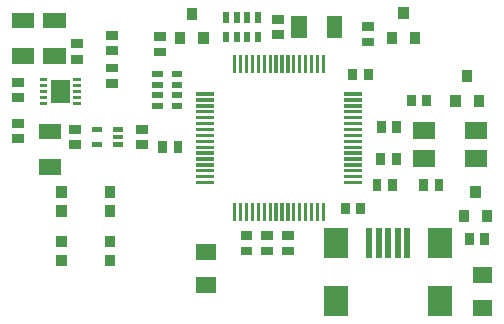
<source format=gbr>
G04 start of page 10 for group -4015 idx -4015 *
G04 Title: (unknown), toppaste *
G04 Creator: pcb 1.99z *
G04 CreationDate: Tue May  7 13:19:40 2013 UTC *
G04 For: matt *
G04 Format: Gerber/RS-274X *
G04 PCB-Dimensions (mil): 2165.35 1377.95 *
G04 PCB-Coordinate-Origin: lower left *
%MOIN*%
%FSLAX25Y25*%
%LNTOPPASTE*%
%ADD141R,0.0354X0.0354*%
%ADD140R,0.0150X0.0150*%
%ADD139R,0.0512X0.0512*%
%ADD138R,0.0102X0.0102*%
%ADD137R,0.0630X0.0630*%
%ADD136R,0.0197X0.0197*%
%ADD135R,0.0787X0.0787*%
%ADD134R,0.0572X0.0572*%
%ADD133R,0.0340X0.0340*%
%ADD132R,0.0533X0.0533*%
%ADD131R,0.0200X0.0200*%
%ADD130R,0.0110X0.0110*%
%ADD129R,0.0295X0.0295*%
G54D129*X130118Y52697D02*Y51713D01*
X125000Y52697D02*Y51713D01*
X135630Y60571D02*Y59587D01*
X140748Y60571D02*Y59587D01*
X64173Y73169D02*Y72185D01*
X69291Y73169D02*Y72185D01*
X91634Y38032D02*X92618D01*
X91634Y43150D02*X92618D01*
X105414Y38032D02*X106398D01*
X105414Y43150D02*X106398D01*
X136890Y69153D02*Y68169D01*
X142008Y69153D02*Y68169D01*
X102264Y110079D02*X103248D01*
X102264Y115197D02*X103248D01*
G54D130*X75858Y90354D02*X80756D01*
X75858Y88386D02*X80756D01*
X75858Y86417D02*X80756D01*
X75858Y84449D02*X80756D01*
X75858Y82480D02*X80756D01*
X75858Y80512D02*X80756D01*
X75858Y78543D02*X80756D01*
X75858Y76575D02*X80756D01*
X75858Y74606D02*X80756D01*
X75858Y72638D02*X80756D01*
X75858Y70669D02*X80756D01*
X75858Y68701D02*X80756D01*
X75858Y66732D02*X80756D01*
X75858Y64764D02*X80756D01*
X75858Y62795D02*X80756D01*
X75858Y60827D02*X80756D01*
X88229Y53355D02*Y48457D01*
X90197Y53355D02*Y48457D01*
X92166Y53355D02*Y48457D01*
X94134Y53355D02*Y48457D01*
X96103Y53355D02*Y48457D01*
X98071Y53355D02*Y48457D01*
X100040Y53355D02*Y48457D01*
X102008Y53355D02*Y48457D01*
X103977Y53355D02*Y48457D01*
X105945Y53355D02*Y48457D01*
X107914Y53355D02*Y48457D01*
X109882Y53355D02*Y48457D01*
X111851Y53355D02*Y48457D01*
X113819Y53355D02*Y48457D01*
X115788Y53355D02*Y48457D01*
X117756Y53355D02*Y48457D01*
X125228Y60828D02*X130126D01*
X125228Y62796D02*X130126D01*
X125228Y64765D02*X130126D01*
X125228Y66733D02*X130126D01*
X125228Y68702D02*X130126D01*
X125228Y70670D02*X130126D01*
X125228Y72639D02*X130126D01*
X125228Y74607D02*X130126D01*
X125228Y76576D02*X130126D01*
X125228Y78544D02*X130126D01*
X125228Y80513D02*X130126D01*
X125228Y82481D02*X130126D01*
X125228Y84450D02*X130126D01*
X125228Y86418D02*X130126D01*
X125228Y88387D02*X130126D01*
X125228Y90355D02*X130126D01*
X117755Y102725D02*Y97827D01*
X115787Y102725D02*Y97827D01*
X113818Y102725D02*Y97827D01*
X111850Y102725D02*Y97827D01*
X109881Y102725D02*Y97827D01*
X107913Y102725D02*Y97827D01*
X105944Y102725D02*Y97827D01*
X103976Y102725D02*Y97827D01*
X102007Y102725D02*Y97827D01*
X100039Y102725D02*Y97827D01*
X98070Y102725D02*Y97827D01*
X96102Y102725D02*Y97827D01*
X94133Y102725D02*Y97827D01*
X92165Y102725D02*Y97827D01*
X90196Y102725D02*Y97827D01*
X88228Y102725D02*Y97827D01*
G54D129*X151181Y60571D02*Y59587D01*
X156299Y60571D02*Y59587D01*
X142126Y79862D02*Y78878D01*
X137008Y79862D02*Y78878D01*
X98524Y38032D02*X99508D01*
X98524Y43150D02*X99508D01*
X127559Y97382D02*Y96398D01*
X132677Y97382D02*Y96398D01*
G54D131*X95945Y116638D02*Y115138D01*
X92445Y116638D02*Y115138D01*
X88945Y116638D02*Y115138D01*
X85445Y116638D02*Y115138D01*
Y110138D02*Y108638D01*
X88945Y110138D02*Y108638D01*
X92445Y110138D02*Y108638D01*
X95945Y110138D02*Y108638D01*
X61748Y96969D02*X63248D01*
X61748Y93469D02*X63248D01*
X61748Y89969D02*X63248D01*
X61748Y86469D02*X63248D01*
X68248D02*X69748D01*
X68248Y89969D02*X69748D01*
X68248Y93469D02*X69748D01*
X68248Y96969D02*X69748D01*
G54D132*X77943Y37626D02*X79143D01*
X77943Y26626D02*X79143D01*
G54D133*X161811Y88331D02*Y87731D01*
X169611Y88331D02*Y87731D01*
X165711Y96531D02*Y95931D01*
X164567Y49946D02*Y49346D01*
X172367Y49946D02*Y49346D01*
X168467Y58146D02*Y57546D01*
G54D129*X166339Y42461D02*Y41477D01*
X171457Y42461D02*Y41477D01*
G54D134*X150472Y68819D02*X152047D01*
X150472Y78268D02*X152047D01*
X167795Y68819D02*X169370D01*
X167795Y78268D02*X169370D01*
G54D129*X147047Y88720D02*Y87736D01*
X152165Y88720D02*Y87736D01*
G54D133*X70000Y109237D02*Y108637D01*
X77800Y109237D02*Y108637D01*
X73900Y117437D02*Y116837D01*
G54D135*X156693Y41693D02*Y39724D01*
X122048Y41693D02*Y39724D01*
G54D136*X133070Y44645D02*Y36771D01*
X136220Y44645D02*Y36771D01*
X139370Y44645D02*Y36771D01*
X142520Y44645D02*Y36771D01*
X145670Y44645D02*Y36771D01*
G54D135*X156693Y22401D02*Y20433D01*
X122048Y22401D02*Y20433D01*
G54D129*X62697Y104370D02*X63681D01*
X62697Y109488D02*X63681D01*
X132185Y107717D02*X133169D01*
X132185Y112835D02*X133169D01*
G54D133*X140551Y109394D02*Y108794D01*
X148351Y109394D02*Y108794D01*
X144451Y117594D02*Y116994D01*
G54D129*X15453Y89213D02*X16437D01*
X15453Y94331D02*X16437D01*
X15453Y75433D02*X16437D01*
X15453Y80551D02*X16437D01*
X46752Y104764D02*X47736D01*
X46752Y109882D02*X47736D01*
X46752Y93937D02*X47736D01*
X46752Y99055D02*X47736D01*
X35138Y102008D02*X36122D01*
X35138Y107126D02*X36122D01*
G54D137*X30118Y91969D02*Y90394D01*
G54D138*X34961Y95119D02*X36299D01*
X23937D02*X25276D01*
X34961Y87244D02*X36299D01*
X23937D02*X25276D01*
X34961Y93150D02*X36299D01*
X23937D02*X25276D01*
X34961Y91181D02*X36299D01*
X23937D02*X25276D01*
X34961Y89213D02*X36299D01*
X23937D02*X25276D01*
G54D132*X170266Y18949D02*X171466D01*
X170266Y29949D02*X171466D01*
G54D139*X26969Y102993D02*X29331D01*
X26969Y114803D02*X29331D01*
G54D140*X41323Y78583D02*X43323D01*
X41323Y73483D02*X43323D01*
X48323D02*X50323D01*
X48323Y75983D02*X50323D01*
X48323Y78583D02*X50323D01*
G54D129*X56791Y73465D02*X57775D01*
X56791Y78583D02*X57775D01*
X34351Y73465D02*X35335D01*
X34351Y78583D02*X35335D01*
G54D139*X25394Y65985D02*X27756D01*
X25394Y77795D02*X27756D01*
X16536Y102993D02*X18898D01*
X16536Y114803D02*X18898D01*
X109646Y113819D02*Y111457D01*
X121456Y113819D02*Y111457D01*
G54D141*X46654Y51614D02*Y51220D01*
Y57913D02*Y57520D01*
X30512Y51614D02*Y51220D01*
Y57913D02*Y57520D01*
X46654Y35079D02*Y34685D01*
Y41378D02*Y40984D01*
X30512Y35079D02*Y34685D01*
Y41378D02*Y40984D01*
M02*

</source>
